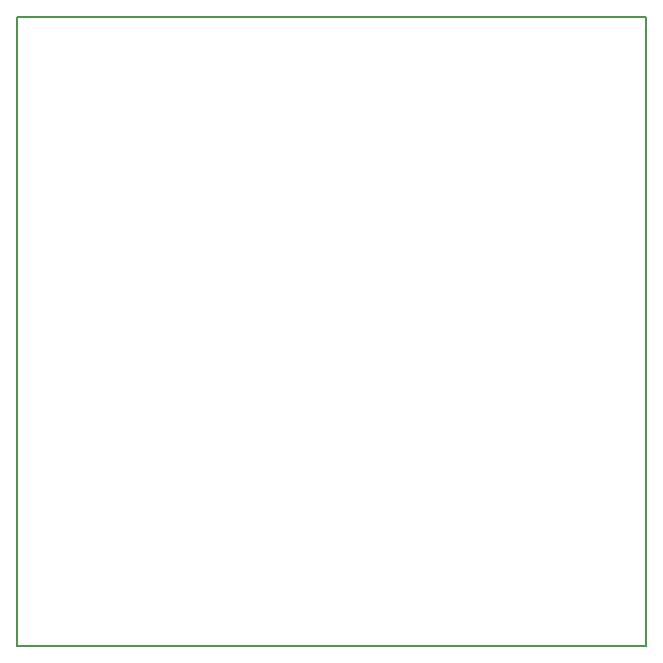
<source format=gbo>
G04 MADE WITH FRITZING*
G04 WWW.FRITZING.ORG*
G04 DOUBLE SIDED*
G04 HOLES PLATED*
G04 CONTOUR ON CENTER OF CONTOUR VECTOR*
%ASAXBY*%
%FSLAX23Y23*%
%MOIN*%
%OFA0B0*%
%SFA1.0B1.0*%
%ADD10R,2.106300X2.106300X2.090300X2.090300*%
%ADD11C,0.008000*%
%LNSILK0*%
G90*
G70*
G54D11*
X4Y2102D02*
X2102Y2102D01*
X2102Y4D01*
X4Y4D01*
X4Y2102D01*
D02*
G04 End of Silk0*
M02*
</source>
